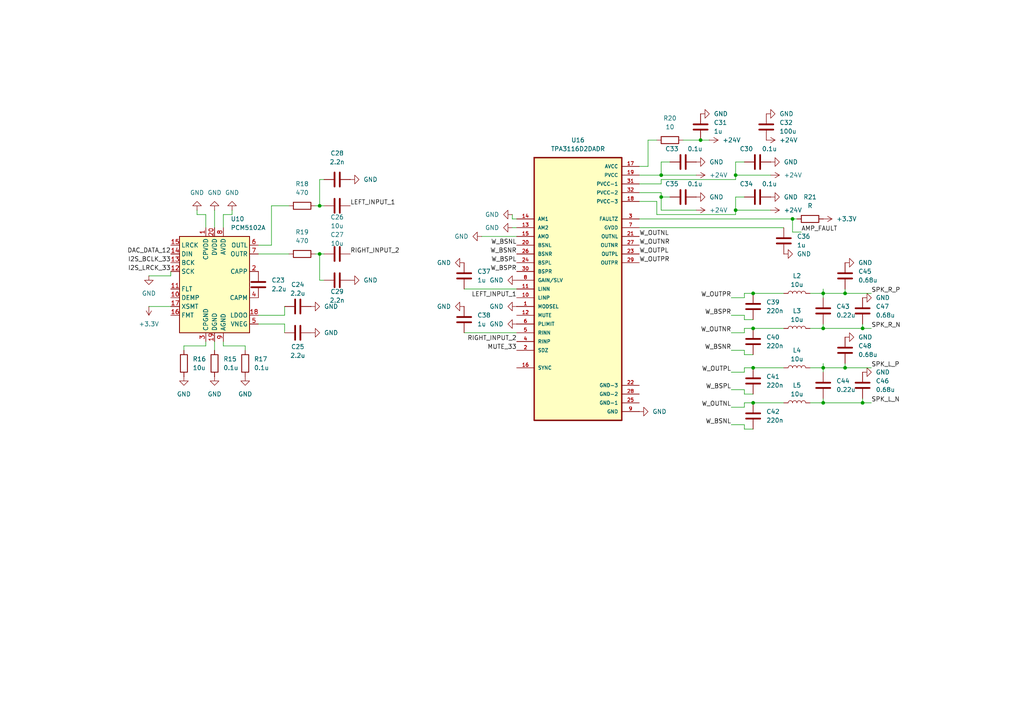
<source format=kicad_sch>
(kicad_sch (version 20250114) (generator "eeschema") (generator_version "9.0")
  (paper "A4")
  (lib_symbols
    (symbol "Audio:PCM5102A"
      (property "Reference" "U" (at -10.16 13.97 0))
      (property "Value" "PCM5102A" (at 3.81 13.97 0))
      (symbol "PCM5102A_0_1"
        (rectangle (start -10.16 12.7) (end 10.16 -15.24) (stroke (width 0.254)) (fill (type background)))
      )
      (symbol "PCM5102A_1_1"
        (pin input line (at -12.7 10.16 0) (length 2.54) (name "LRCK") (number "15"))
        (pin input line (at -12.7 7.62 0) (length 2.54) (name "DIN") (number "14"))
        (pin input line (at -12.7 5.08 0) (length 2.54) (name "BCK") (number "13"))
        (pin input line (at -12.7 2.54 0) (length 2.54) (name "SCK") (number "12"))
        (pin input line (at -12.7 -2.54 0) (length 2.54) (name "FLT") (number "11"))
        (pin input line (at -12.7 -5.08 0) (length 2.54) (name "DEMP") (number "10"))
        (pin input line (at -12.7 -7.62 0) (length 2.54) (name "XSMT") (number "17"))
        (pin input line (at -12.7 -10.16 0) (length 2.54) (name "FMT") (number "16"))
        (pin passive line (at -2.54 15.24 270) (length 2.54) (name "CPVDD") (number "1"))
        (pin power_in line (at -2.54 -17.78 90) (length 2.54) (name "CPGND") (number "3"))
        (pin power_in line (at 0 15.24 270) (length 2.54) (name "DVDD") (number "20"))
        (pin power_in line (at 0 -17.78 90) (length 2.54) (name "DGND") (number "19"))
        (pin power_in line (at 2.54 15.24 270) (length 2.54) (name "AVDD") (number "8"))
        (pin power_in line (at 2.54 -17.78 90) (length 2.54) (name "AGND") (number "9"))
        (pin output line (at 12.7 10.16 180) (length 2.54) (name "OUTL") (number "6"))
        (pin output line (at 12.7 7.62 180) (length 2.54) (name "OUTR") (number "7"))
        (pin passive line (at 12.7 2.54 180) (length 2.54) (name "CAPP") (number "2"))
        (pin passive line (at 12.7 -5.08 180) (length 2.54) (name "CAPM") (number "4"))
        (pin passive line (at 12.7 -10.16 180) (length 2.54) (name "LDOO") (number "18"))
        (pin passive line (at 12.7 -12.7 180) (length 2.54) (name "VNEG") (number "5"))
      )
    )
    (symbol "Device:C" (pin_numbers (hide yes)) (pin_names (offset 0.254))
      (property "Reference" "C" (at 0.635 2.54 0))
      (property "Value" "C" (at 0.635 -2.54 0))
      (symbol "C_0_1"
        (polyline (pts (xy -2.032 0.762) (xy 2.032 0.762)) (stroke (width 0.508)))
        (polyline (pts (xy -2.032 -0.762) (xy 2.032 -0.762)) (stroke (width 0.508)))
      )
      (symbol "C_1_1"
        (pin passive line (at 0 3.81 270) (length 2.794) (name "~") (number "1"))
        (pin passive line (at 0 -3.81 90) (length 2.794) (name "~") (number "2"))
      )
    )
    (symbol "Device:L" (pin_numbers (hide yes)) (pin_names (offset 1.016) (hide yes))
      (property "Reference" "L" (at -1.27 0 90))
      (property "Value" "L" (at 1.905 0 90))
      (symbol "L_0_1"
        (arc (start 0 2.54) (mid 0.6323 1.905) (end 0 1.27))
        (arc (start 0 1.27) (mid 0.6323 0.635) (end 0 0))
        (arc (start 0 0) (mid 0.6323 -0.635) (end 0 -1.27))
        (arc (start 0 -1.27) (mid 0.6323 -1.905) (end 0 -2.54))
      )
      (symbol "L_1_1"
        (pin passive line (at 0 3.81 270) (length 1.27) (name "1") (number "1"))
        (pin passive line (at 0 -3.81 90) (length 1.27) (name "2") (number "2"))
      )
    )
    (symbol "Device:R" (pin_numbers (hide yes)) (pin_names (offset 0))
      (property "Reference" "R" (at 2.032 0 90))
      (property "Value" "R" (at 0 0 90))
      (symbol "R_0_1"
        (rectangle (start -1.016 -2.54) (end 1.016 2.54) (stroke (width 0.254)))
      )
      (symbol "R_1_1"
        (pin passive line (at 0 3.81 270) (length 1.27) (name "~") (number "1"))
        (pin passive line (at 0 -3.81 90) (length 1.27) (name "~") (number "2"))
      )
    )
    (symbol "TPA3116D2:TPA3116D2DADR" (pin_names (offset 1.016))
      (property "Reference" "U" (at -12.7 39.1 0))
      (property "Value" "TPA3116D2DADR" (at -12.7 -42.1 0))
      (symbol "TPA3116D2DADR_0_0"
        (rectangle (start -12.7 -38.1) (end 12.7 38.1) (stroke (width 0.41)) (fill (type background)))
        (pin input line (at -17.78 20.32 0) (length 5.08) (name "AM1") (number "14"))
        (pin input line (at -17.78 17.78 0) (length 5.08) (name "AM2") (number "13"))
        (pin input line (at -17.78 15.24 0) (length 5.08) (name "AMO") (number "15"))
        (pin input line (at -17.78 12.7 0) (length 5.08) (name "BSNL") (number "20"))
        (pin input line (at -17.78 10.16 0) (length 5.08) (name "BSNR") (number "26"))
        (pin input line (at -17.78 7.62 0) (length 5.08) (name "BSPL") (number "24"))
        (pin input line (at -17.78 5.08 0) (length 5.08) (name "BSPR") (number "30"))
        (pin input line (at -17.78 2.54 0) (length 5.08) (name "GAIN/SLV") (number "8"))
        (pin input line (at -17.78 0 0) (length 5.08) (name "LINN") (number "11"))
        (pin input line (at -17.78 -2.54 0) (length 5.08) (name "LINP") (number "10"))
        (pin input line (at -17.78 -5.08 0) (length 5.08) (name "MODSEL") (number "1"))
        (pin input line (at -17.78 -7.62 0) (length 5.08) (name "MUTE") (number "12"))
        (pin input line (at -17.78 -10.16 0) (length 5.08) (name "PLIMIT") (number "6"))
        (pin input line (at -17.78 -12.7 0) (length 5.08) (name "RINN") (number "5"))
        (pin input line (at -17.78 -15.24 0) (length 5.08) (name "RINP") (number "4"))
        (pin input line (at -17.78 -17.78 0) (length 5.08) (name "SDZ") (number "2"))
        (pin bidirectional line (at -17.78 -22.86 0) (length 5.08) (name "SYNC") (number "16"))
        (pin power_in line (at 17.78 35.56 180) (length 5.08) (name "AVCC") (number "17"))
        (pin power_in line (at 17.78 33.02 180) (length 5.08) (name "PVCC") (number "19"))
        (pin power_in line (at 17.78 30.48 180) (length 5.08) (name "PVCC-1") (number "31"))
        (pin power_in line (at 17.78 27.94 180) (length 5.08) (name "PVCC-2") (number "32"))
        (pin power_in line (at 17.78 25.4 180) (length 5.08) (name "PVCC-3") (number "18"))
        (pin output line (at 17.78 20.32 180) (length 5.08) (name "FAULTZ") (number "3"))
        (pin output line (at 17.78 17.78 180) (length 5.08) (name "GVDD") (number "7"))
        (pin output line (at 17.78 15.24 180) (length 5.08) (name "OUTNL") (number "21"))
        (pin output line (at 17.78 12.7 180) (length 5.08) (name "OUTNR") (number "27"))
        (pin output line (at 17.78 10.16 180) (length 5.08) (name "OUTPL") (number "23"))
        (pin output line (at 17.78 7.62 180) (length 5.08) (name "OUTPR") (number "29"))
        (pin power_in line (at 17.78 -27.94 180) (length 5.08) (name "GND-3") (number "22"))
        (pin power_in line (at 17.78 -30.48 180) (length 5.08) (name "GND-2") (number "28"))
        (pin power_in line (at 17.78 -33.02 180) (length 5.08) (name "GND-1") (number "25"))
        (pin power_in line (at 17.78 -35.56 180) (length 5.08) (name "GND") (number "9"))
      )
    )
    (symbol "power:+24V" (power) (pin_numbers (hide yes)) (pin_names (offset 0) (hide yes))
      (property "Value" "+24V" (at 0 3.556 0))
      (symbol "+24V_0_1"
        (polyline (pts (xy -0.762 1.27) (xy 0 2.54)))
        (polyline (pts (xy 0 2.54) (xy 0.762 1.27)))
        (polyline (pts (xy 0 0) (xy 0 2.54)))
      )
      (symbol "+24V_1_1"
        (pin power_in line (at 0 0 90) (length 0) (name "~") (number "1"))
      )
    )
    (symbol "power:+3.3V" (power) (pin_numbers (hide yes)) (pin_names (offset 0) (hide yes))
      (property "Value" "+3.3V" (at 0 3.556 0))
      (symbol "+3.3V_0_1"
        (polyline (pts (xy -0.762 1.27) (xy 0 2.54)))
        (polyline (pts (xy 0 2.54) (xy 0.762 1.27)))
        (polyline (pts (xy 0 0) (xy 0 2.54)))
      )
      (symbol "+3.3V_1_1"
        (pin power_in line (at 0 0 90) (length 0) (name "~") (number "1"))
      )
    )
    (symbol "power:GND" (power) (pin_numbers (hide yes)) (pin_names (offset 0) (hide yes))
      (property "Value" "GND" (at 0 -3.81 0))
      (symbol "GND_0_1"
        (polyline (pts (xy 0 0) (xy 0 -1.27) (xy 1.27 -1.27) (xy 0 -2.54) (xy -1.27 -1.27) (xy 0 -1.27)))
      )
      (symbol "GND_1_1"
        (pin power_in line (at 0 0 270) (length 0) (name "~") (number "1"))
      )
    )
  )
  (junction (at 250.19 116.84))
  (junction (at 238.76 116.84))
  (junction (at 218.44 85.09))
  (junction (at 218.44 95.25))
  (junction (at 203.2 40.64))
  (junction (at 238.76 106.68))
  (junction (at 92.71 73.66))
  (junction (at 213.36 60.96))
  (junction (at 92.71 59.69))
  (junction (at 191.77 57.15))
  (junction (at 213.36 50.8))
  (junction (at 250.19 95.25))
  (junction (at 218.44 116.84))
  (junction (at 218.44 106.68))
  (junction (at 238.76 85.09))
  (junction (at 245.11 85.09))
  (junction (at 245.11 106.68))
  (junction (at 191.77 50.8))
  (junction (at 229.87 63.5))
  (junction (at 238.76 95.25))
  (wire (pts (xy 238.76 85.09) (xy 238.76 86.36)))
  (wire (pts (xy 213.36 46.99) (xy 215.9 46.99)))
  (wire (pts (xy 74.93 71.12) (xy 78.74 71.12)))
  (wire (pts (xy 234.95 116.84) (xy 238.76 116.84)))
  (wire (pts (xy 213.36 50.8) (xy 223.52 50.8)))
  (wire (pts (xy 238.76 106.68) (xy 238.76 107.95)))
  (wire (pts (xy 215.9 92.71) (xy 218.44 92.71)))
  (wire (pts (xy 185.42 50.8) (xy 191.77 50.8)))
  (wire (pts (xy 213.36 57.15) (xy 215.9 57.15)))
  (wire (pts (xy 53.34 101.6) (xy 53.34 100.33)))
  (wire (pts (xy 245.11 106.68) (xy 252.73 106.68)))
  (wire (pts (xy 212.09 107.95) (xy 215.9 107.95)))
  (wire (pts (xy 203.2 40.64) (xy 205.74 40.64)))
  (wire (pts (xy 212.09 113.03) (xy 215.9 113.03)))
  (wire (pts (xy 250.19 116.84) (xy 252.73 116.84)))
  (wire (pts (xy 92.71 73.66) (xy 92.71 81.28)))
  (wire (pts (xy 229.87 67.31) (xy 232.41 67.31)))
  (wire (pts (xy 215.9 95.25) (xy 218.44 95.25)))
  (wire (pts (xy 191.77 52.07) (xy 213.36 52.07)))
  (wire (pts (xy 238.76 95.25) (xy 238.76 93.98)))
  (wire (pts (xy 62.23 60.96) (xy 62.23 66.04)))
  (wire (pts (xy 245.11 85.09) (xy 252.73 85.09)))
  (wire (pts (xy 215.9 107.95) (xy 215.9 106.68)))
  (wire (pts (xy 148.59 63.5) (xy 148.59 62.23)))
  (wire (pts (xy 215.9 106.68) (xy 218.44 106.68)))
  (wire (pts (xy 215.9 124.46) (xy 218.44 124.46)))
  (wire (pts (xy 74.93 91.44) (xy 82.55 91.44)))
  (wire (pts (xy 190.5 62.23) (xy 213.36 62.23)))
  (wire (pts (xy 43.18 80.01) (xy 49.53 80.01)))
  (wire (pts (xy 212.09 101.6) (xy 215.9 101.6)))
  (wire (pts (xy 190.5 58.42) (xy 190.5 62.23)))
  (wire (pts (xy 92.71 59.69) (xy 92.71 52.07)))
  (wire (pts (xy 64.77 99.06) (xy 64.77 100.33)))
  (wire (pts (xy 238.76 106.68) (xy 245.11 106.68)))
  (wire (pts (xy 215.9 96.52) (xy 215.9 95.25)))
  (wire (pts (xy 245.11 105.41) (xy 245.11 106.68)))
  (wire (pts (xy 92.71 73.66) (xy 93.98 73.66)))
  (wire (pts (xy 213.36 57.15) (xy 213.36 60.96)))
  (wire (pts (xy 213.36 46.99) (xy 213.36 50.8)))
  (wire (pts (xy 215.9 113.03) (xy 215.9 114.3)))
  (wire (pts (xy 215.9 114.3) (xy 218.44 114.3)))
  (wire (pts (xy 53.34 100.33) (xy 59.69 100.33)))
  (wire (pts (xy 91.44 59.69) (xy 92.71 59.69)))
  (wire (pts (xy 82.55 93.98) (xy 82.55 96.52)))
  (wire (pts (xy 187.96 48.26) (xy 187.96 40.64)))
  (wire (pts (xy 238.76 95.25) (xy 250.19 95.25)))
  (wire (pts (xy 218.44 85.09) (xy 227.33 85.09)))
  (wire (pts (xy 238.76 106.68) (xy 238.76 105.41)))
  (wire (pts (xy 185.42 63.5) (xy 229.87 63.5)))
  (wire (pts (xy 250.19 95.25) (xy 252.73 95.25)))
  (wire (pts (xy 213.36 62.23) (xy 213.36 60.96)))
  (wire (pts (xy 67.31 60.96) (xy 67.31 62.23)))
  (wire (pts (xy 215.9 118.11) (xy 215.9 116.84)))
  (wire (pts (xy 74.93 93.98) (xy 82.55 93.98)))
  (wire (pts (xy 59.69 62.23) (xy 57.15 62.23)))
  (wire (pts (xy 59.69 100.33) (xy 59.69 99.06)))
  (wire (pts (xy 229.87 63.5) (xy 231.14 63.5)))
  (wire (pts (xy 212.09 96.52) (xy 215.9 96.52)))
  (wire (pts (xy 238.76 85.09) (xy 245.11 85.09)))
  (wire (pts (xy 250.19 115.57) (xy 250.19 116.84)))
  (wire (pts (xy 212.09 86.36) (xy 215.9 86.36)))
  (wire (pts (xy 91.44 73.66) (xy 92.71 73.66)))
  (wire (pts (xy 64.77 62.23) (xy 67.31 62.23)))
  (wire (pts (xy 134.62 96.52) (xy 149.86 96.52)))
  (wire (pts (xy 215.9 102.87) (xy 218.44 102.87)))
  (wire (pts (xy 139.7 68.58) (xy 149.86 68.58)))
  (wire (pts (xy 191.77 57.15) (xy 194.31 57.15)))
  (wire (pts (xy 215.9 116.84) (xy 218.44 116.84)))
  (wire (pts (xy 212.09 118.11) (xy 215.9 118.11)))
  (wire (pts (xy 215.9 91.44) (xy 215.9 92.71)))
  (wire (pts (xy 198.12 40.64) (xy 203.2 40.64)))
  (wire (pts (xy 78.74 59.69) (xy 78.74 71.12)))
  (wire (pts (xy 71.12 100.33) (xy 71.12 101.6)))
  (wire (pts (xy 191.77 57.15) (xy 191.77 60.96)))
  (wire (pts (xy 215.9 123.19) (xy 215.9 124.46)))
  (wire (pts (xy 78.74 59.69) (xy 83.82 59.69)))
  (wire (pts (xy 218.44 95.25) (xy 227.33 95.25)))
  (wire (pts (xy 215.9 85.09) (xy 218.44 85.09)))
  (wire (pts (xy 59.69 66.04) (xy 59.69 62.23)))
  (wire (pts (xy 64.77 66.04) (xy 64.77 62.23)))
  (wire (pts (xy 215.9 101.6) (xy 215.9 102.87)))
  (wire (pts (xy 185.42 58.42) (xy 190.5 58.42)))
  (wire (pts (xy 238.76 116.84) (xy 238.76 115.57)))
  (wire (pts (xy 185.42 48.26) (xy 187.96 48.26)))
  (wire (pts (xy 49.53 78.74) (xy 49.53 80.01)))
  (wire (pts (xy 187.96 40.64) (xy 190.5 40.64)))
  (wire (pts (xy 238.76 83.82) (xy 238.76 85.09)))
  (wire (pts (xy 212.09 91.44) (xy 215.9 91.44)))
  (wire (pts (xy 64.77 100.33) (xy 71.12 100.33)))
  (wire (pts (xy 218.44 116.84) (xy 227.33 116.84)))
  (wire (pts (xy 148.59 66.04) (xy 149.86 66.04)))
  (wire (pts (xy 229.87 63.5) (xy 229.87 67.31)))
  (wire (pts (xy 92.71 52.07) (xy 93.98 52.07)))
  (wire (pts (xy 149.86 63.5) (xy 148.59 63.5)))
  (wire (pts (xy 185.42 55.88) (xy 191.77 55.88)))
  (wire (pts (xy 191.77 46.99) (xy 194.31 46.99)))
  (wire (pts (xy 82.55 91.44) (xy 82.55 88.9)))
  (wire (pts (xy 234.95 95.25) (xy 238.76 95.25)))
  (wire (pts (xy 134.62 83.82) (xy 149.86 83.82)))
  (wire (pts (xy 238.76 116.84) (xy 250.19 116.84)))
  (wire (pts (xy 191.77 50.8) (xy 201.93 50.8)))
  (wire (pts (xy 92.71 81.28) (xy 93.98 81.28)))
  (wire (pts (xy 92.71 59.69) (xy 93.98 59.69)))
  (wire (pts (xy 213.36 52.07) (xy 213.36 50.8)))
  (wire (pts (xy 213.36 60.96) (xy 223.52 60.96)))
  (wire (pts (xy 245.11 83.82) (xy 245.11 85.09)))
  (wire (pts (xy 234.95 85.09) (xy 238.76 85.09)))
  (wire (pts (xy 191.77 53.34) (xy 191.77 52.07)))
  (wire (pts (xy 57.15 62.23) (xy 57.15 60.96)))
  (wire (pts (xy 185.42 66.04) (xy 227.33 66.04)))
  (wire (pts (xy 74.93 73.66) (xy 83.82 73.66)))
  (wire (pts (xy 191.77 46.99) (xy 191.77 50.8)))
  (wire (pts (xy 250.19 93.98) (xy 250.19 95.25)))
  (wire (pts (xy 212.09 123.19) (xy 215.9 123.19)))
  (wire (pts (xy 218.44 106.68) (xy 227.33 106.68)))
  (wire (pts (xy 43.18 88.9) (xy 49.53 88.9)))
  (wire (pts (xy 191.77 55.88) (xy 191.77 57.15)))
  (wire (pts (xy 185.42 53.34) (xy 191.77 53.34)))
  (wire (pts (xy 215.9 86.36) (xy 215.9 85.09)))
  (wire (pts (xy 234.95 106.68) (xy 238.76 106.68)))
  (wire (pts (xy 62.23 99.06) (xy 62.23 101.6)))
  (wire (pts (xy 191.77 60.96) (xy 201.93 60.96)))
  (label "W_OUTNR" (at 185.42 71.12 0))
  (label "SPK_L_N" (at 252.73 116.84 0))
  (label "W_OUTPL" (at 212.09 107.95 180))
  (label "RIGHT_INPUT_2" (at 101.6 73.66 0))
  (label "W_BSNL" (at 149.86 71.12 180))
  (label "W_BSPL" (at 149.86 76.2 180))
  (label "SPK_L_P" (at 252.73 106.68 0))
  (label "W_OUTNL" (at 212.09 118.11 180))
  (label "W_BSPR" (at 149.86 78.74 180))
  (label "DAC_DATA_12" (at 49.53 73.66 180))
  (label "MUTE_33" (at 149.86 101.6 180))
  (label "W_OUTPL" (at 185.42 73.66 0))
  (label "SPK_R_P" (at 252.73 85.09 0))
  (label "RIGHT_INPUT_2" (at 149.86 99.06 180))
  (label "W_OUTNR" (at 212.09 96.52 180))
  (label "SPK_R_N" (at 252.73 95.25 0))
  (label "W_BSPL" (at 212.09 113.03 180))
  (label "W_BSPR" (at 212.09 91.44 180))
  (label "W_OUTPR" (at 185.42 76.2 0))
  (label "W_OUTNL" (at 185.42 68.58 0))
  (label "LEFT_INPUT_1" (at 101.6 59.69 0))
  (label "W_BSNR" (at 149.86 73.66 180))
  (label "LEFT_INPUT_1" (at 149.86 86.36 180))
  (label "I2S_LRCK_33" (at 49.53 78.74 180))
  (label "AMP_FAULT" (at 232.41 67.31 0))
  (label "W_BSNL" (at 212.09 123.19 180))
  (label "W_OUTPR" (at 212.09 86.36 180))
  (label "W_BSNR" (at 212.09 101.6 180))
  (label "I2S_BCLK_33" (at 49.53 76.2 180))
  (symbol (lib_id "power:GND") (at 223.52 57.15 90) (unit 1)
    (property "Reference" "#PWR0106" (effects (hide yes)))
    (property "Value" "GND" (at 227.33 57.1499 90) (effects (justify right)))
    (property "Description" "Power symbol creates a global label with name \"GND\" , ground" (effects (hide yes)))
  )
  (symbol (lib_id "Device:C") (at 203.2 36.83 0) (unit 1)
    (property "Reference" "C31" (at 207.01 35.5599 0) (effects (justify left)))
    (property "Value" "1u" (at 207.01 38.0999 0) (effects (justify left)))
    (property "Description" "Unpolarized capacitor" (effects (hide yes)))
  )
  (symbol (lib_id "power:+24V") (at 223.52 50.8 270) (unit 1)
    (property "Reference" "#PWR0105" (effects (hide yes)))
    (property "Value" "+24V" (at 227.33 50.7999 90) (effects (justify left)))
    (property "Description" "Power symbol creates a global label with name \"+24V\"" (effects (hide yes)))
  )
  (symbol (lib_id "Device:C") (at 86.36 96.52 270) (unit 1)
    (property "Reference" "C25" (at 86.36 100.584 90))
    (property "Value" "2.2u" (at 86.36 103.124 90))
    (property "Description" "Unpolarized capacitor" (effects (hide yes)))
  )
  (symbol (lib_id "Device:R") (at 87.63 59.69 90) (unit 1)
    (property "Reference" "R18" (at 87.63 53.34 90))
    (property "Value" "470" (at 87.63 55.88 90))
    (property "Description" "Resistor" (effects (hide yes)))
  )
  (symbol (lib_id "Device:C") (at 97.79 73.66 90) (unit 1)
    (property "Reference" "C27" (at 97.79 68.072 90))
    (property "Value" "10u" (at 97.79 70.612 90))
    (property "Description" "Unpolarized capacitor" (effects (hide yes)))
  )
  (symbol (lib_id "Device:C") (at 97.79 59.69 90) (unit 1)
    (property "Reference" "C26" (at 97.79 62.992 90))
    (property "Value" "10u" (at 97.79 65.532 90))
    (property "Description" "Unpolarized capacitor" (effects (hide yes)))
  )
  (symbol (lib_id "power:GND") (at 71.12 109.22 0) (unit 1)
    (property "Reference" "#PWR083" (effects (hide yes)))
    (property "Value" "GND" (at 71.12 114.3 0))
    (property "Description" "Power symbol creates a global label with name \"GND\" , ground" (effects (hide yes)))
  )
  (symbol (lib_id "Device:R") (at 62.23 105.41 0) (unit 1)
    (property "Reference" "R15" (at 64.77 104.1399 0) (effects (justify left)))
    (property "Value" "0.1u" (at 64.77 106.6799 0) (effects (justify left)))
    (property "Description" "Resistor" (effects (hide yes)))
  )
  (symbol (lib_id "Device:L") (at 231.14 116.84 90) (unit 1)
    (property "Reference" "L5" (at 231.14 111.76 90))
    (property "Value" "10u" (at 231.14 114.3 90))
    (property "Description" "Inductor" (effects (hide yes)))
  )
  (symbol (lib_id "power:GND") (at 67.31 60.96 180) (unit 1)
    (property "Reference" "#PWR087" (effects (hide yes)))
    (property "Value" "GND" (at 67.31 55.88 0))
    (property "Description" "Power symbol creates a global label with name \"GND\" , ground" (effects (hide yes)))
  )
  (symbol (lib_id "power:+3.3V") (at 238.76 63.5 270) (unit 1)
    (property "Reference" "#PWR0111" (effects (hide yes)))
    (property "Value" "+3.3V" (at 242.57 63.4999 90) (effects (justify left)))
    (property "Description" "Power symbol creates a global label with name \"+3.3V\"" (effects (hide yes)))
  )
  (symbol (lib_id "Device:C") (at 134.62 80.01 0) (unit 1)
    (property "Reference" "C37" (at 138.43 78.7399 0) (effects (justify left)))
    (property "Value" "1u" (at 138.43 81.2799 0) (effects (justify left)))
    (property "Description" "Unpolarized capacitor" (effects (hide yes)))
  )
  (symbol (lib_id "Device:C") (at 198.12 46.99 270) (unit 1)
    (property "Reference" "C33" (at 196.8499 43.18 90) (effects (justify right)))
    (property "Value" "0.1u" (at 199.3899 43.18 90) (effects (justify left)))
    (property "Description" "Unpolarized capacitor" (effects (hide yes)))
  )
  (symbol (lib_id "Device:C") (at 97.79 52.07 90) (unit 1)
    (property "Reference" "C28" (at 97.79 44.45 90))
    (property "Value" "2.2n" (at 97.79 46.99 90))
    (property "Description" "Unpolarized capacitor" (effects (hide yes)))
  )
  (symbol (lib_id "power:GND") (at 203.2 33.02 90) (unit 1)
    (property "Reference" "#PWR097" (effects (hide yes)))
    (property "Value" "GND" (at 207.01 33.0199 90) (effects (justify right)))
    (property "Description" "Power symbol creates a global label with name \"GND\" , ground" (effects (hide yes)))
  )
  (symbol (lib_id "Device:C") (at 250.19 111.76 0) (unit 1)
    (property "Reference" "C46" (at 254 110.4899 0) (effects (justify left)))
    (property "Value" "0.68u" (at 254 113.0299 0) (effects (justify left)))
    (property "Description" "Unpolarized capacitor" (effects (hide yes)))
  )
  (symbol (lib_id "Device:L") (at 231.14 106.68 90) (unit 1)
    (property "Reference" "L4" (at 231.14 101.6 90))
    (property "Value" "10u" (at 231.14 104.14 90))
    (property "Description" "Inductor" (effects (hide yes)))
  )
  (symbol (lib_id "power:GND") (at 250.19 107.95 90) (unit 1)
    (property "Reference" "#PWR0122" (effects (hide yes)))
    (property "Value" "GND" (at 254 107.9499 90) (effects (justify right)))
    (property "Description" "Power symbol creates a global label with name \"GND\" , ground" (effects (hide yes)))
  )
  (symbol (lib_id "power:GND") (at 201.93 57.15 90) (unit 1)
    (property "Reference" "#PWR0108" (effects (hide yes)))
    (property "Value" "GND" (at 205.74 57.1499 90) (effects (justify right)))
    (property "Description" "Power symbol creates a global label with name \"GND\" , ground" (effects (hide yes)))
  )
  (symbol (lib_id "power:GND") (at 149.86 81.28 270) (unit 1)
    (property "Reference" "#PWR0115" (effects (hide yes)))
    (property "Value" "GND" (at 146.05 81.2799 90) (effects (justify right)))
    (property "Description" "Power symbol creates a global label with name \"GND\" , ground" (effects (hide yes)))
  )
  (symbol (lib_id "power:GND") (at 134.62 76.2 270) (unit 1)
    (property "Reference" "#PWR0113" (effects (hide yes)))
    (property "Value" "GND" (at 130.81 76.1999 90) (effects (justify right)))
    (property "Description" "Power symbol creates a global label with name \"GND\" , ground" (effects (hide yes)))
  )
  (symbol (lib_id "Audio:PCM5102A") (at 62.23 81.28 0) (unit 1)
    (property "Reference" "U10" (at 66.9133 63.5 0) (effects (justify left)))
    (property "Value" "PCM5102A" (at 66.9133 66.04 0) (effects (justify left)))
    (property "Footprint" "Package_SO:TSSOP-20_4.4x6.5mm_P0.65mm" (effects (hide yes)))
    (property "Datasheet" "https://www.ti.com/lit/ds/symlink/pcm5102a.pdf" (effects (hide yes)))
    (property "Description" "2.1 VRMS, 112dB Audio Stereo DAC with PLL and 32-bit, 384kHz PCM Interface, TSSOP-20" (effects (hide yes)))
  )
  (symbol (lib_id "power:GND") (at 43.18 80.01 0) (unit 1)
    (property "Reference" "#PWR068" (effects (hide yes)))
    (property "Value" "GND" (at 43.18 85.09 0))
    (property "Description" "Power symbol creates a global label with name \"GND\" , ground" (effects (hide yes)))
  )
  (symbol (lib_id "power:+24V") (at 201.93 60.96 270) (unit 1)
    (property "Reference" "#PWR0109" (effects (hide yes)))
    (property "Value" "+24V" (at 205.74 60.9599 90) (effects (justify left)))
    (property "Description" "Power symbol creates a global label with name \"+24V\"" (effects (hide yes)))
  )
  (symbol (lib_id "power:+24V") (at 205.74 40.64 270) (unit 1)
    (property "Reference" "#PWR098" (effects (hide yes)))
    (property "Value" "+24V" (at 209.55 40.6399 90) (effects (justify left)))
    (property "Description" "Power symbol creates a global label with name \"+24V\"" (effects (hide yes)))
  )
  (symbol (lib_id "power:GND") (at 185.42 119.38 90) (unit 1)
    (property "Reference" "#PWR0103" (effects (hide yes)))
    (property "Value" "GND" (at 189.23 119.3799 90) (effects (justify right)))
    (property "Description" "Power symbol creates a global label with name \"GND\" , ground" (effects (hide yes)))
  )
  (symbol (lib_id "Device:L") (at 231.14 95.25 90) (unit 1)
    (property "Reference" "L3" (at 231.14 90.17 90))
    (property "Value" "10u" (at 231.14 92.71 90))
    (property "Description" "Inductor" (effects (hide yes)))
  )
  (symbol (lib_id "power:GND") (at 53.34 109.22 0) (unit 1)
    (property "Reference" "#PWR081" (effects (hide yes)))
    (property "Value" "GND" (at 53.34 114.3 0))
    (property "Description" "Power symbol creates a global label with name \"GND\" , ground" (effects (hide yes)))
  )
  (symbol (lib_id "power:+24V") (at 222.25 40.64 270) (unit 1)
    (property "Reference" "#PWR096" (effects (hide yes)))
    (property "Value" "+24V" (at 226.06 40.6399 90) (effects (justify left)))
    (property "Description" "Power symbol creates a global label with name \"+24V\"" (effects (hide yes)))
  )
  (symbol (lib_id "Device:C") (at 218.44 120.65 180) (unit 1)
    (property "Reference" "C42" (at 222.25 119.3799 0) (effects (justify right)))
    (property "Value" "220n" (at 222.25 121.9199 0) (effects (justify right)))
    (property "Description" "Unpolarized capacitor" (effects (hide yes)))
  )
  (symbol (lib_id "power:GND") (at 90.17 88.9 90) (unit 1)
    (property "Reference" "#PWR085" (effects (hide yes)))
    (property "Value" "GND" (at 93.98 88.8999 90) (effects (justify right)))
    (property "Description" "Power symbol creates a global label with name \"GND\" , ground" (effects (hide yes)))
  )
  (symbol (lib_id "Device:C") (at 222.25 36.83 0) (unit 1)
    (property "Reference" "C32" (at 226.06 35.5599 0) (effects (justify left)))
    (property "Value" "100u" (at 226.06 38.0999 0) (effects (justify left)))
    (property "Description" "Unpolarized capacitor" (effects (hide yes)))
  )
  (symbol (lib_id "Device:R") (at 194.31 40.64 90) (unit 1)
    (property "Reference" "R20" (at 194.31 34.29 90))
    (property "Value" "10" (at 194.31 36.83 90))
    (property "Description" "Resistor" (effects (hide yes)))
  )
  (symbol (lib_id "Device:C") (at 218.44 99.06 180) (unit 1)
    (property "Reference" "C40" (at 222.25 97.7899 0) (effects (justify right)))
    (property "Value" "220n" (at 222.25 100.3299 0) (effects (justify right)))
    (property "Description" "Unpolarized capacitor" (effects (hide yes)))
  )
  (symbol (lib_id "power:GND") (at 149.86 88.9 270) (unit 1)
    (property "Reference" "#PWR0110" (effects (hide yes)))
    (property "Value" "GND" (at 146.05 88.8999 90) (effects (justify right)))
    (property "Description" "Power symbol creates a global label with name \"GND\" , ground" (effects (hide yes)))
  )
  (symbol (lib_id "power:+24V") (at 201.93 50.8 270) (unit 1)
    (property "Reference" "#PWR0101" (effects (hide yes)))
    (property "Value" "+24V" (at 205.74 50.7999 90) (effects (justify left)))
    (property "Description" "Power symbol creates a global label with name \"+24V\"" (effects (hide yes)))
  )
  (symbol (lib_id "power:GND") (at 245.11 76.2 90) (unit 1)
    (property "Reference" "#PWR0120" (effects (hide yes)))
    (property "Value" "GND" (at 248.92 76.1999 90) (effects (justify right)))
    (property "Description" "Power symbol creates a global label with name \"GND\" , ground" (effects (hide yes)))
  )
  (symbol (lib_id "Device:C") (at 218.44 88.9 180) (unit 1)
    (property "Reference" "C39" (at 222.25 87.6299 0) (effects (justify right)))
    (property "Value" "220n" (at 222.25 90.1699 0) (effects (justify right)))
    (property "Description" "Unpolarized capacitor" (effects (hide yes)))
  )
  (symbol (lib_id "power:GND") (at 250.19 86.36 90) (unit 1)
    (property "Reference" "#PWR0121" (effects (hide yes)))
    (property "Value" "GND" (at 254 86.3599 90) (effects (justify right)))
    (property "Description" "Power symbol creates a global label with name \"GND\" , ground" (effects (hide yes)))
  )
  (symbol (lib_id "power:GND") (at 148.59 66.04 270) (unit 1)
    (property "Reference" "#PWR0117" (effects (hide yes)))
    (property "Value" "GND" (at 144.78 66.0399 90) (effects (justify right)))
    (property "Description" "Power symbol creates a global label with name \"GND\" , ground" (effects (hide yes)))
  )
  (symbol (lib_id "Device:C") (at 219.71 46.99 270) (unit 1)
    (property "Reference" "C30" (at 218.4399 43.18 90) (effects (justify right)))
    (property "Value" "0.1u" (at 220.9799 43.18 90) (effects (justify left)))
    (property "Description" "Unpolarized capacitor" (effects (hide yes)))
  )
  (symbol (lib_id "power:GND") (at 134.62 88.9 270) (unit 1)
    (property "Reference" "#PWR0114" (effects (hide yes)))
    (property "Value" "GND" (at 130.81 88.8999 90) (effects (justify right)))
    (property "Description" "Power symbol creates a global label with name \"GND\" , ground" (effects (hide yes)))
  )
  (symbol (lib_id "power:GND") (at 101.6 52.07 90) (unit 1)
    (property "Reference" "#PWR090" (effects (hide yes)))
    (property "Value" "GND" (at 105.41 52.0699 90) (effects (justify right)))
    (property "Description" "Power symbol creates a global label with name \"GND\" , ground" (effects (hide yes)))
  )
  (symbol (lib_id "Device:C") (at 245.11 101.6 0) (unit 1)
    (property "Reference" "C48" (at 248.92 100.3299 0) (effects (justify left)))
    (property "Value" "0.68u" (at 248.92 102.8699 0) (effects (justify left)))
    (property "Description" "Unpolarized capacitor" (effects (hide yes)))
  )
  (symbol (lib_id "power:GND") (at 57.15 60.96 180) (unit 1)
    (property "Reference" "#PWR088" (effects (hide yes)))
    (property "Value" "GND" (at 57.15 55.88 0))
    (property "Description" "Power symbol creates a global label with name \"GND\" , ground" (effects (hide yes)))
  )
  (symbol (lib_id "Device:C") (at 74.93 82.55 0) (unit 1)
    (property "Reference" "C23" (at 78.74 81.2799 0) (effects (justify left)))
    (property "Value" "2.2u" (at 78.74 83.8199 0) (effects (justify left)))
    (property "Description" "Unpolarized capacitor" (effects (hide yes)))
  )
  (symbol (lib_id "power:GND") (at 223.52 46.99 90) (unit 1)
    (property "Reference" "#PWR0104" (effects (hide yes)))
    (property "Value" "GND" (at 227.33 46.9899 90) (effects (justify right)))
    (property "Description" "Power symbol creates a global label with name \"GND\" , ground" (effects (hide yes)))
  )
  (symbol (lib_id "Device:C") (at 134.62 92.71 0) (unit 1)
    (property "Reference" "C38" (at 138.43 91.4399 0) (effects (justify left)))
    (property "Value" "1u" (at 138.43 93.9799 0) (effects (justify left)))
    (property "Description" "Unpolarized capacitor" (effects (hide yes)))
  )
  (symbol (lib_id "Device:C") (at 198.12 57.15 270) (unit 1)
    (property "Reference" "C35" (at 196.8499 53.34 90) (effects (justify right)))
    (property "Value" "0.1u" (at 199.3899 53.34 90) (effects (justify left)))
    (property "Description" "Unpolarized capacitor" (effects (hide yes)))
  )
  (symbol (lib_id "Device:C") (at 245.11 80.01 0) (unit 1)
    (property "Reference" "C45" (at 248.92 78.7399 0) (effects (justify left)))
    (property "Value" "0.68u" (at 248.92 81.2799 0) (effects (justify left)))
    (property "Description" "Unpolarized capacitor" (effects (hide yes)))
  )
  (symbol (lib_id "power:GND") (at 227.33 73.66 90) (unit 1)
    (property "Reference" "#PWR0112" (effects (hide yes)))
    (property "Value" "GND" (at 231.14 73.6599 90) (effects (justify right)))
    (property "Description" "Power symbol creates a global label with name \"GND\" , ground" (effects (hide yes)))
  )
  (symbol (lib_id "Device:C") (at 86.36 88.9 270) (unit 1)
    (property "Reference" "C24" (at 86.36 82.55 90))
    (property "Value" "2.2u" (at 86.36 85.09 90))
    (property "Description" "Unpolarized capacitor" (effects (hide yes)))
  )
  (symbol (lib_id "power:GND") (at 101.6 81.28 90) (unit 1)
    (property "Reference" "#PWR091" (effects (hide yes)))
    (property "Value" "GND" (at 105.41 81.2799 90) (effects (justify right)))
    (property "Description" "Power symbol creates a global label with name \"GND\" , ground" (effects (hide yes)))
  )
  (symbol (lib_id "Device:C") (at 219.71 57.15 270) (unit 1)
    (property "Reference" "C34" (at 218.4399 53.34 90) (effects (justify right)))
    (property "Value" "0.1u" (at 220.9799 53.34 90) (effects (justify left)))
    (property "Description" "Unpolarized capacitor" (effects (hide yes)))
  )
  (symbol (lib_id "Device:C") (at 238.76 111.76 0) (unit 1)
    (property "Reference" "C44" (at 242.57 110.4899 0) (effects (justify left)))
    (property "Value" "0.22u" (at 242.57 113.0299 0) (effects (justify left)))
    (property "Description" "Unpolarized capacitor" (effects (hide yes)))
  )
  (symbol (lib_id "Device:C") (at 250.19 90.17 0) (unit 1)
    (property "Reference" "C47" (at 254 88.8999 0) (effects (justify left)))
    (property "Value" "0.68u" (at 254 91.4399 0) (effects (justify left)))
    (property "Description" "Unpolarized capacitor" (effects (hide yes)))
  )
  (symbol (lib_id "power:GND") (at 201.93 46.99 90) (unit 1)
    (property "Reference" "#PWR0100" (effects (hide yes)))
    (property "Value" "GND" (at 205.74 46.9899 90) (effects (justify right)))
    (property "Description" "Power symbol creates a global label with name \"GND\" , ground" (effects (hide yes)))
  )
  (symbol (lib_id "power:GND") (at 222.25 33.02 90) (unit 1)
    (property "Reference" "#PWR099" (effects (hide yes)))
    (property "Value" "GND" (at 226.06 33.0199 90) (effects (justify right)))
    (property "Description" "Power symbol creates a global label with name \"GND\" , ground" (effects (hide yes)))
  )
  (symbol (lib_id "Device:C") (at 218.44 110.49 180) (unit 1)
    (property "Reference" "C41" (at 222.25 109.2199 0) (effects (justify right)))
    (property "Value" "220n" (at 222.25 111.7599 0) (effects (justify right)))
    (property "Description" "Unpolarized capacitor" (effects (hide yes)))
  )
  (symbol (lib_id "power:GND") (at 148.59 62.23 270) (unit 1)
    (property "Reference" "#PWR0116" (effects (hide yes)))
    (property "Value" "GND" (at 144.78 62.2299 90) (effects (justify right)))
    (property "Description" "Power symbol creates a global label with name \"GND\" , ground" (effects (hide yes)))
  )
  (symbol (lib_id "Device:C") (at 238.76 90.17 0) (unit 1)
    (property "Reference" "C43" (at 242.57 88.8999 0) (effects (justify left)))
    (property "Value" "0.22u" (at 242.57 91.4399 0) (effects (justify left)))
    (property "Description" "Unpolarized capacitor" (effects (hide yes)))
  )
  (symbol (lib_id "power:GND") (at 90.17 96.52 90) (unit 1)
    (property "Reference" "#PWR089" (effects (hide yes)))
    (property "Value" "GND" (at 93.98 96.5199 90) (effects (justify right)))
    (property "Description" "Power symbol creates a global label with name \"GND\" , ground" (effects (hide yes)))
  )
  (symbol (lib_id "power:GND") (at 62.23 60.96 180) (unit 1)
    (property "Reference" "#PWR086" (effects (hide yes)))
    (property "Value" "GND" (at 62.23 55.88 0))
    (property "Description" "Power symbol creates a global label with name \"GND\" , ground" (effects (hide yes)))
  )
  (symbol (lib_id "Device:L") (at 231.14 85.09 90) (unit 1)
    (property "Reference" "L2" (at 231.14 80.01 90))
    (property "Value" "10u" (at 231.14 82.55 90))
    (property "Description" "Inductor" (effects (hide yes)))
  )
  (symbol (lib_id "power:GND") (at 139.7 68.58 270) (unit 1)
    (property "Reference" "#PWR0118" (effects (hide yes)))
    (property "Value" "GND" (at 135.89 68.5799 90) (effects (justify right)))
    (property "Description" "Power symbol creates a global label with name \"GND\" , ground" (effects (hide yes)))
  )
  (symbol (lib_id "Device:C") (at 97.79 81.28 90) (unit 1)
    (property "Reference" "C29" (at 97.79 84.582 90))
    (property "Value" "2.2n" (at 97.79 87.122 90))
    (property "Description" "Unpolarized capacitor" (effects (hide yes)))
  )
  (symbol (lib_id "Device:R") (at 53.34 105.41 0) (unit 1)
    (property "Reference" "R16" (at 55.88 104.1399 0) (effects (justify left)))
    (property "Value" "10u" (at 55.88 106.6799 0) (effects (justify left)))
    (property "Description" "Resistor" (effects (hide yes)))
  )
  (symbol (lib_id "Device:C") (at 227.33 69.85 0) (unit 1)
    (property "Reference" "C36" (at 231.14 68.5799 0) (effects (justify left)))
    (property "Value" "1u" (at 231.14 71.1199 0) (effects (justify left)))
    (property "Description" "Unpolarized capacitor" (effects (hide yes)))
  )
  (symbol (lib_id "power:GND") (at 62.23 109.22 0) (unit 1)
    (property "Reference" "#PWR082" (effects (hide yes)))
    (property "Value" "GND" (at 62.23 114.3 0))
    (property "Description" "Power symbol creates a global label with name \"GND\" , ground" (effects (hide yes)))
  )
  (symbol (lib_id "power:GND") (at 245.11 97.79 90) (unit 1)
    (property "Reference" "#PWR0119" (effects (hide yes)))
    (property "Value" "GND" (at 248.92 97.7899 90) (effects (justify right)))
    (property "Description" "Power symbol creates a global label with name \"GND\" , ground" (effects (hide yes)))
  )
  (symbol (lib_id "power:+24V") (at 223.52 60.96 270) (unit 1)
    (property "Reference" "#PWR0107" (effects (hide yes)))
    (property "Value" "+24V" (at 227.33 60.9599 90) (effects (justify left)))
    (property "Description" "Power symbol creates a global label with name \"+24V\"" (effects (hide yes)))
  )
  (symbol (lib_id "Device:R") (at 87.63 73.66 90) (unit 1)
    (property "Reference" "R19" (at 87.63 67.31 90))
    (property "Value" "470" (at 87.63 69.85 90))
    (property "Description" "Resistor" (effects (hide yes)))
  )
  (symbol (lib_id "power:GND") (at 149.86 93.98 270) (unit 1)
    (property "Reference" "#PWR0102" (effects (hide yes)))
    (property "Value" "GND" (at 146.05 93.9799 90) (effects (justify right)))
    (property "Description" "Power symbol creates a global label with name \"GND\" , ground" (effects (hide yes)))
  )
  (symbol (lib_id "power:+3.3V") (at 43.18 88.9 180) (unit 1)
    (property "Reference" "#PWR084" (effects (hide yes)))
    (property "Value" "+3.3V" (at 43.18 93.98 0))
    (property "Description" "Power symbol creates a global label with name \"+3.3V\"" (effects (hide yes)))
  )
  (symbol (lib_id "TPA3116D2:TPA3116D2DADR") (at 167.64 83.82 0) (unit 1)
    (property "Reference" "U16" (at 167.64 40.64 0))
    (property "Value" "TPA3116D2DADR" (at 167.64 43.18 0))
    (property "Footprint" "TPA3116D2DADR:SOP65P810X115-33N" (effects (hide yes)))
    (property "MF" "Texas Instruments" (effects (hide yes)))
    (property "Description_1" "50-W stereo, 100-W mono, 4.5- to 26-V supply, analog input Class-D audio amplifier w/ SpeakerGuard™" (effects (hide yes)))
    (property "Package" "HTSSOP-32 Texas Instruments" (effects (hide yes)))
    (property "Price" "None" (effects (hide yes)))
    (property "SnapEDA_Link" "https://www.snapeda.com/parts/TPA3116D2DADR/Texas+Instruments/view-part/?ref=snap" (effects (hide yes)))
    (property "MP" "TPA3116D2DADR" (effects (hide yes)))
    (property "Purchase-URL" "https://www.snapeda.com/api/url_track_click_mouser/?unipart_id=335850&manufacturer=Texas Instruments&part_name=TPA3116D2DADR&search_term=None" (effects (hide yes)))
    (property "Availability" "In Stock" (effects (hide yes)))
    (property "Check_prices" "https://www.snapeda.com/parts/TPA3116D2DADR/Texas+Instruments/view-part/?ref=eda" (effects (hide yes)))
  )
  (symbol (lib_id "Device:R") (at 71.12 105.41 0) (unit 1)
    (property "Reference" "R17" (at 73.66 104.1399 0) (effects (justify left)))
    (property "Value" "0.1u" (at 73.66 106.6799 0) (effects (justify left)))
    (property "Description" "Resistor" (effects (hide yes)))
  )
  (symbol (lib_id "Device:R") (at 234.95 63.5 90) (unit 1)
    (property "Reference" "R21" (at 234.95 57.15 90))
    (property "Value" "R" (at 234.95 59.69 90))
    (property "Description" "Resistor" (effects (hide yes)))
  )
)
</source>
